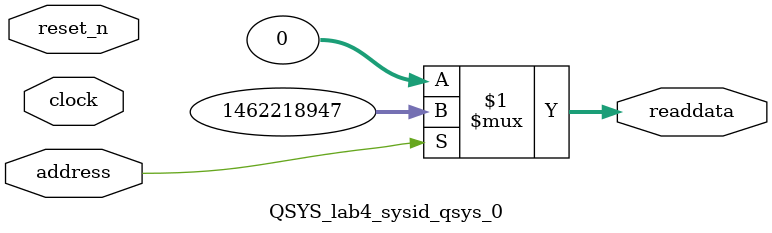
<source format=v>

`timescale 1ns / 1ps
// synthesis translate_on

// turn off superfluous verilog processor warnings 
// altera message_level Level1 
// altera message_off 10034 10035 10036 10037 10230 10240 10030 

module QSYS_lab4_sysid_qsys_0 (
               // inputs:
                address,
                clock,
                reset_n,

               // outputs:
                readdata
             )
;

  output  [ 31: 0] readdata;
  input            address;
  input            clock;
  input            reset_n;

  wire    [ 31: 0] readdata;
  //control_slave, which is an e_avalon_slave
  assign readdata = address ? 1462218947 : 0;

endmodule




</source>
